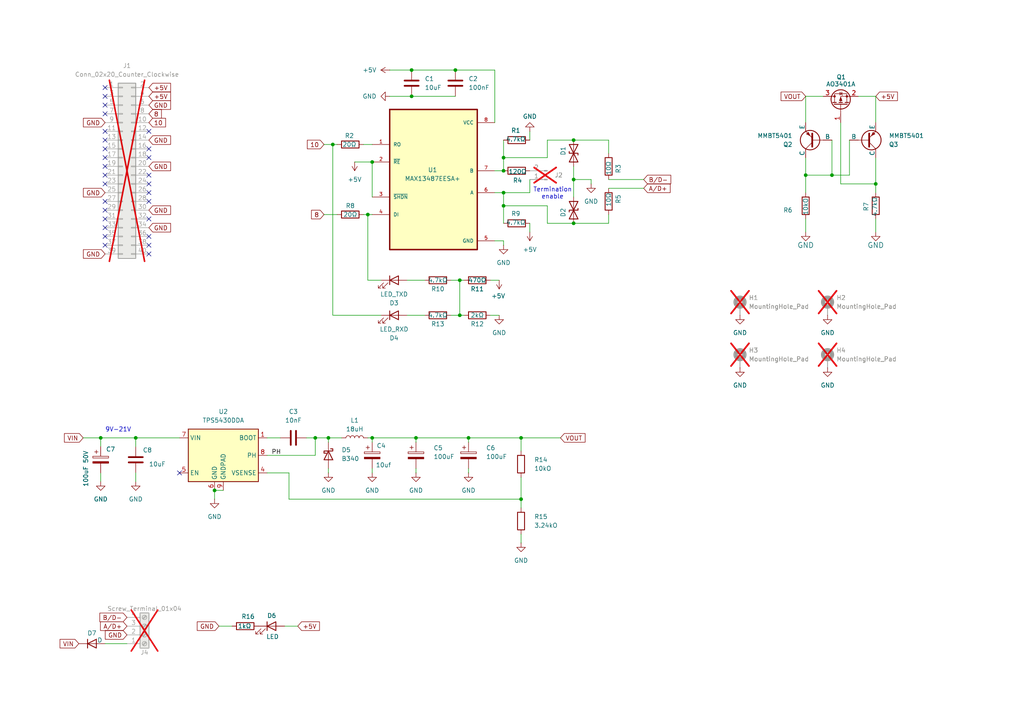
<source format=kicad_sch>
(kicad_sch (version 20231120) (generator "eeschema") (generator_version "8.0")
  (paper "A4")
  (lib_symbols
    (symbol "Connector:Conn_01x02_Pin" (pin_names (offset 1.016) hide)
      (property "Reference" "J" (at 0 2.54 0))
      (property "Value" "Conn_01x02_Pin" (at 0 -5.08 0))
      (symbol "Conn_01x02_Pin_1_1"
        (polyline (pts (xy 1.27 -2.54) (xy 0.8636 -2.54)) (stroke (width 0.1524)))
        (polyline (pts (xy 1.27 0) (xy 0.8636 0)) (stroke (width 0.1524)))
        (rectangle (start 0.8636 -2.413) (end 0 -2.667) (stroke (width 0.1524)) (fill (type outline)))
        (rectangle (start 0.8636 0.127) (end 0 -0.127) (stroke (width 0.1524)) (fill (type outline)))
        (pin passive line (at 5.08 0 180) (length 3.81) (name "Pin_1") (number "1"))
        (pin passive line (at 5.08 -2.54 180) (length 3.81) (name "Pin_2") (number "2"))
      )
    )
    (symbol "Connector:Screw_Terminal_01x04" (pin_names (offset 1.016) hide)
      (property "Reference" "J" (at 0 5.08 0))
      (property "Value" "Screw_Terminal_01x04" (at 0 -7.62 0))
      (symbol "Screw_Terminal_01x04_1_1"
        (rectangle (start -1.27 3.81) (end 1.27 -6.35) (stroke (width 0.254)) (fill (type background)))
        (circle (center 0 -5.08) (radius 0.635) (stroke (width 0.1524)))
        (circle (center 0 -2.54) (radius 0.635) (stroke (width 0.1524)))
        (polyline (pts (xy -0.5334 -4.7498) (xy 0.3302 -5.588)) (stroke (width 0.1524)))
        (polyline (pts (xy -0.5334 -2.2098) (xy 0.3302 -3.048)) (stroke (width 0.1524)))
        (polyline (pts (xy -0.5334 0.3302) (xy 0.3302 -0.508)) (stroke (width 0.1524)))
        (polyline (pts (xy -0.5334 2.8702) (xy 0.3302 2.032)) (stroke (width 0.1524)))
        (polyline (pts (xy -0.3556 -4.572) (xy 0.508 -5.4102)) (stroke (width 0.1524)))
        (polyline (pts (xy -0.3556 -2.032) (xy 0.508 -2.8702)) (stroke (width 0.1524)))
        (polyline (pts (xy -0.3556 0.508) (xy 0.508 -0.3302)) (stroke (width 0.1524)))
        (polyline (pts (xy -0.3556 3.048) (xy 0.508 2.2098)) (stroke (width 0.1524)))
        (circle (center 0 0) (radius 0.635) (stroke (width 0.1524)))
        (circle (center 0 2.54) (radius 0.635) (stroke (width 0.1524)))
        (pin passive line (at -5.08 2.54 0) (length 3.81) (name "Pin_1") (number "1"))
        (pin passive line (at -5.08 0 0) (length 3.81) (name "Pin_2") (number "2"))
        (pin passive line (at -5.08 -2.54 0) (length 3.81) (name "Pin_3") (number "3"))
        (pin passive line (at -5.08 -5.08 0) (length 3.81) (name "Pin_4") (number "4"))
      )
    )
    (symbol "Connector_Generic:Conn_02x20_Odd_Even" (pin_names (offset 1.016) hide)
      (property "Reference" "J" (at 1.27 25.4 0))
      (property "Value" "Conn_02x20_Odd_Even" (at 1.27 -27.94 0))
      (symbol "Conn_02x20_Odd_Even_1_1"
        (rectangle (start -1.27 -25.273) (end 0 -25.527) (stroke (width 0.1524)))
        (rectangle (start -1.27 -22.733) (end 0 -22.987) (stroke (width 0.1524)))
        (rectangle (start -1.27 -20.193) (end 0 -20.447) (stroke (width 0.1524)))
        (rectangle (start -1.27 -17.653) (end 0 -17.907) (stroke (width 0.1524)))
        (rectangle (start -1.27 -15.113) (end 0 -15.367) (stroke (width 0.1524)))
        (rectangle (start -1.27 -12.573) (end 0 -12.827) (stroke (width 0.1524)))
        (rectangle (start -1.27 -10.033) (end 0 -10.287) (stroke (width 0.1524)))
        (rectangle (start -1.27 -7.493) (end 0 -7.747) (stroke (width 0.1524)))
        (rectangle (start -1.27 -4.953) (end 0 -5.207) (stroke (width 0.1524)))
        (rectangle (start -1.27 -2.413) (end 0 -2.667) (stroke (width 0.1524)))
        (rectangle (start -1.27 0.127) (end 0 -0.127) (stroke (width 0.1524)))
        (rectangle (start -1.27 2.667) (end 0 2.413) (stroke (width 0.1524)))
        (rectangle (start -1.27 5.207) (end 0 4.953) (stroke (width 0.1524)))
        (rectangle (start -1.27 7.747) (end 0 7.493) (stroke (width 0.1524)))
        (rectangle (start -1.27 10.287) (end 0 10.033) (stroke (width 0.1524)))
        (rectangle (start -1.27 12.827) (end 0 12.573) (stroke (width 0.1524)))
        (rectangle (start -1.27 15.367) (end 0 15.113) (stroke (width 0.1524)))
        (rectangle (start -1.27 17.907) (end 0 17.653) (stroke (width 0.1524)))
        (rectangle (start -1.27 20.447) (end 0 20.193) (stroke (width 0.1524)))
        (rectangle (start -1.27 22.987) (end 0 22.733) (stroke (width 0.1524)))
        (rectangle (start -1.27 24.13) (end 3.81 -26.67) (stroke (width 0.254)) (fill (type background)))
        (rectangle (start 3.81 -25.273) (end 2.54 -25.527) (stroke (width 0.1524)))
        (rectangle (start 3.81 -22.733) (end 2.54 -22.987) (stroke (width 0.1524)))
        (rectangle (start 3.81 -20.193) (end 2.54 -20.447) (stroke (width 0.1524)))
        (rectangle (start 3.81 -17.653) (end 2.54 -17.907) (stroke (width 0.1524)))
        (rectangle (start 3.81 -15.113) (end 2.54 -15.367) (stroke (width 0.1524)))
        (rectangle (start 3.81 -12.573) (end 2.54 -12.827) (stroke (width 0.1524)))
        (rectangle (start 3.81 -10.033) (end 2.54 -10.287) (stroke (width 0.1524)))
        (rectangle (start 3.81 -7.493) (end 2.54 -7.747) (stroke (width 0.1524)))
        (rectangle (start 3.81 -4.953) (end 2.54 -5.207) (stroke (width 0.1524)))
        (rectangle (start 3.81 -2.413) (end 2.54 -2.667) (stroke (width 0.1524)))
        (rectangle (start 3.81 0.127) (end 2.54 -0.127) (stroke (width 0.1524)))
        (rectangle (start 3.81 2.667) (end 2.54 2.413) (stroke (width 0.1524)))
        (rectangle (start 3.81 5.207) (end 2.54 4.953) (stroke (width 0.1524)))
        (rectangle (start 3.81 7.747) (end 2.54 7.493) (stroke (width 0.1524)))
        (rectangle (start 3.81 10.287) (end 2.54 10.033) (stroke (width 0.1524)))
        (rectangle (start 3.81 12.827) (end 2.54 12.573) (stroke (width 0.1524)))
        (rectangle (start 3.81 15.367) (end 2.54 15.113) (stroke (width 0.1524)))
        (rectangle (start 3.81 17.907) (end 2.54 17.653) (stroke (width 0.1524)))
        (rectangle (start 3.81 20.447) (end 2.54 20.193) (stroke (width 0.1524)))
        (rectangle (start 3.81 22.987) (end 2.54 22.733) (stroke (width 0.1524)))
        (pin passive line (at -5.08 22.86 0) (length 3.81) (name "Pin_1") (number "1"))
        (pin passive line (at 7.62 12.7 180) (length 3.81) (name "Pin_10") (number "10"))
        (pin passive line (at -5.08 10.16 0) (length 3.81) (name "Pin_11") (number "11"))
        (pin passive line (at 7.62 10.16 180) (length 3.81) (name "Pin_12") (number "12"))
        (pin passive line (at -5.08 7.62 0) (length 3.81) (name "Pin_13") (number "13"))
        (pin passive line (at 7.62 7.62 180) (length 3.81) (name "Pin_14") (number "14"))
        (pin passive line (at -5.08 5.08 0) (length 3.81) (name "Pin_15") (number "15"))
        (pin passive line (at 7.62 5.08 180) (length 3.81) (name "Pin_16") (number "16"))
        (pin passive line (at -5.08 2.54 0) (length 3.81) (name "Pin_17") (number "17"))
        (pin passive line (at 7.62 2.54 180) (length 3.81) (name "Pin_18") (number "18"))
        (pin passive line (at -5.08 0 0) (length 3.81) (name "Pin_19") (number "19"))
        (pin passive line (at 7.62 22.86 180) (length 3.81) (name "Pin_2") (number "2"))
        (pin passive line (at 7.62 0 180) (length 3.81) (name "Pin_20") (number "20"))
        (pin passive line (at -5.08 -2.54 0) (length 3.81) (name "Pin_21") (number "21"))
        (pin passive line (at 7.62 -2.54 180) (length 3.81) (name "Pin_22") (number "22"))
        (pin passive line (at -5.08 -5.08 0) (length 3.81) (name "Pin_23") (number "23"))
        (pin passive line (at 7.62 -5.08 180) (length 3.81) (name "Pin_24") (number "24"))
        (pin passive line (at -5.08 -7.62 0) (length 3.81) (name "Pin_25") (number "25"))
        (pin passive line (at 7.62 -7.62 180) (length 3.81) (name "Pin_26") (number "26"))
        (pin passive line (at -5.08 -10.16 0) (length 3.81) (name "Pin_27") (number "27"))
        (pin passive line (at 7.62 -10.16 180) (length 3.81) (name "Pin_28") (number "28"))
        (pin passive line (at -5.08 -12.7 0) (length 3.81) (name "Pin_29") (number "29"))
        (pin passive line (at -5.08 20.32 0) (length 3.81) (name "Pin_3") (number "3"))
        (pin passive line (at 7.62 -12.7 180) (length 3.81) (name "Pin_30") (number "30"))
        (pin passive line (at -5.08 -15.24 0) (length 3.81) (name "Pin_31") (number "31"))
        (pin passive line (at 7.62 -15.24 180) (length 3.81) (name "Pin_32") (number "32"))
        (pin passive line (at -5.08 -17.78 0) (length 3.81) (name "Pin_33") (number "33"))
        (pin passive line (at 7.62 -17.78 180) (length 3.81) (name "Pin_34") (number "34"))
        (pin passive line (at -5.08 -20.32 0) (length 3.81) (name "Pin_35") (number "35"))
        (pin passive line (at 7.62 -20.32 180) (length 3.81) (name "Pin_36") (number "36"))
        (pin passive line (at -5.08 -22.86 0) (length 3.81) (name "Pin_37") (number "37"))
        (pin passive line (at 7.62 -22.86 180) (length 3.81) (name "Pin_38") (number "38"))
        (pin passive line (at -5.08 -25.4 0) (length 3.81) (name "Pin_39") (number "39"))
        (pin passive line (at 7.62 20.32 180) (length 3.81) (name "Pin_4") (number "4"))
        (pin passive line (at 7.62 -25.4 180) (length 3.81) (name "Pin_40") (number "40"))
        (pin passive line (at -5.08 17.78 0) (length 3.81) (name "Pin_5") (number "5"))
        (pin passive line (at 7.62 17.78 180) (length 3.81) (name "Pin_6") (number "6"))
        (pin passive line (at -5.08 15.24 0) (length 3.81) (name "Pin_7") (number "7"))
        (pin passive line (at 7.62 15.24 180) (length 3.81) (name "Pin_8") (number "8"))
        (pin passive line (at -5.08 12.7 0) (length 3.81) (name "Pin_9") (number "9"))
      )
    )
    (symbol "Custom Symbols:MAX13487EESA+" (pin_names (offset 1.016))
      (property "Reference" "U" (at -12.7 21.32 0))
      (property "Value" "MAX13487EESA+" (at -8.128 -1.016 0))
      (symbol "MAX13487EESA+_0_0"
        (rectangle (start -12.7 -20.32) (end 12.7 20.32) (stroke (width 0.41)) (fill (type background)))
        (pin bidirectional line (at -17.78 10.16 0) (length 5.08) (name "RO") (number "1"))
        (pin bidirectional line (at -17.78 5.08 0) (length 5.08) (name "~{RE}") (number "2"))
        (pin bidirectional line (at -17.78 -5.08 0) (length 5.08) (name "~{SHDN}") (number "3"))
        (pin input line (at -17.78 -10.16 0) (length 5.08) (name "DI") (number "4"))
        (pin power_in line (at 17.78 -17.78 180) (length 5.08) (name "GND") (number "5"))
        (pin bidirectional line (at 17.78 -3.81 180) (length 5.08) (name "A") (number "6"))
        (pin bidirectional line (at 17.78 2.54 180) (length 5.08) (name "B") (number "7"))
        (pin power_in line (at 17.78 16.51 180) (length 5.08) (name "VCC") (number "8"))
      )
    )
    (symbol "Device:C" (pin_numbers hide) (pin_names (offset 0.254))
      (property "Reference" "C" (at 0.635 2.54 0))
      (property "Value" "C" (at 0.635 -2.54 0))
      (symbol "C_0_1"
        (polyline (pts (xy -2.032 -0.762) (xy 2.032 -0.762)) (stroke (width 0.508)))
        (polyline (pts (xy -2.032 0.762) (xy 2.032 0.762)) (stroke (width 0.508)))
      )
      (symbol "C_1_1"
        (pin passive line (at 0 3.81 270) (length 2.794) (name "~") (number "1"))
        (pin passive line (at 0 -3.81 90) (length 2.794) (name "~") (number "2"))
      )
    )
    (symbol "Device:C_Polarized" (pin_numbers hide) (pin_names (offset 0.254))
      (property "Reference" "C" (at 0.635 2.54 0))
      (property "Value" "C_Polarized" (at 0.635 -2.54 0))
      (symbol "C_Polarized_0_1"
        (rectangle (start -2.286 0.508) (end 2.286 1.016))
        (polyline (pts (xy -1.778 2.286) (xy -0.762 2.286)))
        (polyline (pts (xy -1.27 2.794) (xy -1.27 1.778)))
        (rectangle (start 2.286 -0.508) (end -2.286 -1.016) (fill (type outline)))
      )
      (symbol "C_Polarized_1_1"
        (pin passive line (at 0 3.81 270) (length 2.794) (name "~") (number "1"))
        (pin passive line (at 0 -3.81 90) (length 2.794) (name "~") (number "2"))
      )
    )
    (symbol "Device:D" (pin_numbers hide) (pin_names (offset 1.016) hide)
      (property "Reference" "D" (at 0 2.54 0))
      (property "Value" "D" (at 0 -2.54 0))
      (symbol "D_0_1"
        (polyline (pts (xy -1.27 1.27) (xy -1.27 -1.27)) (stroke (width 0.254)))
        (polyline (pts (xy 1.27 0) (xy -1.27 0)))
        (polyline (pts (xy 1.27 1.27) (xy 1.27 -1.27) (xy -1.27 0) (xy 1.27 1.27)) (stroke (width 0.254)))
      )
      (symbol "D_1_1"
        (pin passive line (at -3.81 0 0) (length 2.54) (name "K") (number "1"))
        (pin passive line (at 3.81 0 180) (length 2.54) (name "A") (number "2"))
      )
    )
    (symbol "Device:D_TVS" (pin_numbers hide) (pin_names (offset 1.016) hide)
      (property "Reference" "D" (at 0 2.54 0))
      (property "Value" "D_TVS" (at 0 -2.54 0))
      (symbol "D_TVS_0_1"
        (polyline (pts (xy 1.27 0) (xy -1.27 0)))
        (polyline (pts (xy 0.508 1.27) (xy 0 1.27) (xy 0 -1.27) (xy -0.508 -1.27)) (stroke (width 0.254)))
        (polyline (pts (xy -2.54 1.27) (xy -2.54 -1.27) (xy 2.54 1.27) (xy 2.54 -1.27) (xy -2.54 1.27)) (stroke (width 0.254)))
      )
      (symbol "D_TVS_1_1"
        (pin passive line (at -3.81 0 0) (length 2.54) (name "A1") (number "1"))
        (pin passive line (at 3.81 0 180) (length 2.54) (name "A2") (number "2"))
      )
    )
    (symbol "Device:L" (pin_numbers hide) (pin_names (offset 1.016) hide)
      (property "Reference" "L" (at -1.27 0 90))
      (property "Value" "L" (at 1.905 0 90))
      (symbol "L_0_1"
        (arc (start 0 -2.54) (mid 0.6323 -1.905) (end 0 -1.27))
        (arc (start 0 -1.27) (mid 0.6323 -0.635) (end 0 0))
        (arc (start 0 0) (mid 0.6323 0.635) (end 0 1.27))
        (arc (start 0 1.27) (mid 0.6323 1.905) (end 0 2.54))
      )
      (symbol "L_1_1"
        (pin passive line (at 0 3.81 270) (length 1.27) (name "1") (number "1"))
        (pin passive line (at 0 -3.81 90) (length 1.27) (name "2") (number "2"))
      )
    )
    (symbol "Device:LED" (pin_numbers hide) (pin_names (offset 1.016) hide)
      (property "Reference" "D" (at 0 2.54 0))
      (property "Value" "LED" (at 0 -2.54 0))
      (symbol "LED_0_1"
        (polyline (pts (xy -1.27 -1.27) (xy -1.27 1.27)) (stroke (width 0.254)))
        (polyline (pts (xy -1.27 0) (xy 1.27 0)))
        (polyline (pts (xy 1.27 -1.27) (xy 1.27 1.27) (xy -1.27 0) (xy 1.27 -1.27)) (stroke (width 0.254)))
        (polyline (pts (xy -3.048 -0.762) (xy -4.572 -2.286) (xy -3.81 -2.286) (xy -4.572 -2.286) (xy -4.572 -1.524)))
        (polyline (pts (xy -1.778 -0.762) (xy -3.302 -2.286) (xy -2.54 -2.286) (xy -3.302 -2.286) (xy -3.302 -1.524)))
      )
      (symbol "LED_1_1"
        (pin passive line (at -3.81 0 0) (length 2.54) (name "K") (number "1"))
        (pin passive line (at 3.81 0 180) (length 2.54) (name "A") (number "2"))
      )
    )
    (symbol "Device:R" (pin_numbers hide) (pin_names (offset 0))
      (property "Reference" "R" (at 2.032 0 90))
      (property "Value" "R" (at 0 0 90))
      (symbol "R_0_1"
        (rectangle (start -1.016 -2.54) (end 1.016 2.54) (stroke (width 0.254)))
      )
      (symbol "R_1_1"
        (pin passive line (at 0 3.81 270) (length 1.27) (name "~") (number "1"))
        (pin passive line (at 0 -3.81 90) (length 1.27) (name "~") (number "2"))
      )
    )
    (symbol "Diode:B340" (pin_numbers hide) (pin_names (offset 1.016) hide)
      (property "Reference" "D" (at 0 2.54 0))
      (property "Value" "B340" (at 0 -2.54 0))
      (symbol "B340_0_1"
        (polyline (pts (xy 1.27 0) (xy -1.27 0)))
        (polyline (pts (xy 1.27 1.27) (xy 1.27 -1.27) (xy -1.27 0) (xy 1.27 1.27)) (stroke (width 0.254)))
        (polyline (pts (xy -1.905 0.635) (xy -1.905 1.27) (xy -1.27 1.27) (xy -1.27 -1.27) (xy -0.635 -1.27) (xy -0.635 -0.635)) (stroke (width 0.254)))
      )
      (symbol "B340_1_1"
        (pin passive line (at -3.81 0 0) (length 2.54) (name "K") (number "1"))
        (pin passive line (at 3.81 0 180) (length 2.54) (name "A") (number "2"))
      )
    )
    (symbol "Mechanical:MountingHole_Pad" (pin_numbers hide) (pin_names (offset 1.016) hide) (exclude_from_sim yes) (in_bom no)
      (property "Reference" "H" (at 0 6.35 0))
      (property "Value" "MountingHole_Pad" (at 0 4.445 0))
      (symbol "MountingHole_Pad_0_1"
        (circle (center 0 1.27) (radius 1.27) (stroke (width 1.27)))
      )
      (symbol "MountingHole_Pad_1_1"
        (pin input line (at 0 -2.54 90) (length 2.54) (name "1") (number "1"))
      )
    )
    (symbol "Regulator_Switching:TPS5430DDA"
      (property "Reference" "U" (at -10.16 8.89 0))
      (property "Value" "TPS5430DDA" (at -1.27 8.89 0))
      (symbol "TPS5430DDA_0_1"
        (rectangle (start -10.16 7.62) (end 10.16 -7.62) (stroke (width 0.254)) (fill (type background)))
      )
      (symbol "TPS5430DDA_1_1"
        (pin input line (at 12.7 5.08 180) (length 2.54) (name "BOOT") (number "1"))
        (pin no_connect line (at -10.16 2.54 0) (length 2.54) hide (name "NC") (number "2"))
        (pin no_connect line (at -10.16 -2.54 0) (length 2.54) hide (name "NC") (number "3"))
        (pin input line (at 12.7 -5.08 180) (length 2.54) (name "VSENSE") (number "4"))
        (pin input line (at -12.7 -5.08 0) (length 2.54) (name "EN") (number "5"))
        (pin power_in line (at -2.54 -10.16 90) (length 2.54) (name "GND") (number "6"))
        (pin power_in line (at -12.7 5.08 0) (length 2.54) (name "VIN") (number "7"))
        (pin output line (at 12.7 0 180) (length 2.54) (name "PH") (number "8"))
        (pin power_in line (at 0 -10.16 90) (length 2.54) (name "GNDPAD") (number "9"))
      )
    )
    (symbol "Simulation_SPICE:PNP" (pin_numbers hide) (pin_names (offset 0))
      (property "Reference" "Q" (at -2.54 7.62 0))
      (property "Value" "PNP" (at -2.54 5.08 0))
      (symbol "PNP_0_1"
        (polyline (pts (xy -2.54 0) (xy 0.635 0)) (stroke (width 0.1524)))
        (polyline (pts (xy 0.635 0.635) (xy 2.54 2.54)))
        (polyline (pts (xy 0.635 -0.635) (xy 2.54 -2.54) (xy 2.54 -2.54)))
        (polyline (pts (xy 0.635 1.905) (xy 0.635 -1.905) (xy 0.635 -1.905)) (stroke (width 0.508)))
        (polyline (pts (xy 2.286 -1.778) (xy 1.778 -2.286) (xy 1.27 -1.27) (xy 2.286 -1.778) (xy 2.286 -1.778)) (fill (type outline)))
        (circle (center 1.27 0) (radius 2.8194) (stroke (width 0.254)))
      )
      (symbol "PNP_1_1"
        (pin open_collector line (at 2.54 5.08 270) (length 2.54) (name "C") (number "1"))
        (pin input line (at -5.08 0 0) (length 2.54) (name "B") (number "2"))
        (pin open_emitter line (at 2.54 -5.08 90) (length 2.54) (name "E") (number "3"))
      )
    )
    (symbol "Transistor_FET:AO3401A" (pin_names hide)
      (property "Reference" "Q" (at 5.08 1.905 0))
      (property "Value" "AO3401A" (at 5.08 0 0))
      (symbol "AO3401A_0_1"
        (polyline (pts (xy 0.254 0) (xy -2.54 0)))
        (polyline (pts (xy 0.254 1.905) (xy 0.254 -1.905)) (stroke (width 0.254)))
        (polyline (pts (xy 0.762 -1.27) (xy 0.762 -2.286)) (stroke (width 0.254)))
        (polyline (pts (xy 0.762 0.508) (xy 0.762 -0.508)) (stroke (width 0.254)))
        (polyline (pts (xy 0.762 2.286) (xy 0.762 1.27)) (stroke (width 0.254)))
        (polyline (pts (xy 2.54 2.54) (xy 2.54 1.778)))
        (polyline (pts (xy 2.54 -2.54) (xy 2.54 0) (xy 0.762 0)))
        (polyline (pts (xy 0.762 1.778) (xy 3.302 1.778) (xy 3.302 -1.778) (xy 0.762 -1.778)))
        (polyline (pts (xy 2.286 0) (xy 1.27 0.381) (xy 1.27 -0.381) (xy 2.286 0)) (fill (type outline)))
        (polyline (pts (xy 2.794 -0.508) (xy 2.921 -0.381) (xy 3.683 -0.381) (xy 3.81 -0.254)))
        (polyline (pts (xy 3.302 -0.381) (xy 2.921 0.254) (xy 3.683 0.254) (xy 3.302 -0.381)))
        (circle (center 1.651 0) (radius 2.794) (stroke (width 0.254)))
        (circle (center 2.54 -1.778) (radius 0.254) (fill (type outline)))
        (circle (center 2.54 1.778) (radius 0.254) (fill (type outline)))
      )
      (symbol "AO3401A_1_1"
        (pin input line (at -5.08 0 0) (length 2.54) (name "G") (number "1"))
        (pin passive line (at 2.54 -5.08 90) (length 2.54) (name "S") (number "2"))
        (pin passive line (at 2.54 5.08 270) (length 2.54) (name "D") (number "3"))
      )
    )
    (symbol "pihat_template-rescue:GND" (power) (pin_names (offset 0))
      (property "Value" "GND" (at 0 -3.81 0))
      (symbol "GND_0_1"
        (polyline (pts (xy 0 0) (xy 0 -1.27) (xy 1.27 -1.27) (xy 0 -2.54) (xy -1.27 -1.27) (xy 0 -1.27)))
      )
      (symbol "GND_1_1"
        (pin power_in line (at 0 0 270) (length 0) hide (name "GND") (number "1"))
      )
    )
    (symbol "power:+5V" (power) (pin_numbers hide) (pin_names (offset 0) hide)
      (property "Value" "+5V" (at 0 3.556 0))
      (symbol "+5V_0_1"
        (polyline (pts (xy -0.762 1.27) (xy 0 2.54)))
        (polyline (pts (xy 0 0) (xy 0 2.54)))
        (polyline (pts (xy 0 2.54) (xy 0.762 1.27)))
      )
      (symbol "+5V_1_1"
        (pin power_in line (at 0 0 90) (length 0) (name "~") (number "1"))
      )
    )
    (symbol "power:GND" (power) (pin_numbers hide) (pin_names (offset 0) hide)
      (property "Value" "GND" (at 0 -3.81 0))
      (symbol "GND_0_1"
        (polyline (pts (xy 0 0) (xy 0 -1.27) (xy 1.27 -1.27) (xy 0 -2.54) (xy -1.27 -1.27) (xy 0 -1.27)))
      )
      (symbol "GND_1_1"
        (pin power_in line (at 0 0 270) (length 0) (name "~") (number "1"))
      )
    )
  )
  (junction (at 62.23 142.24))
  (junction (at 146.05 45.72))
  (junction (at 29.21 127))
  (junction (at 106.68 62.23))
  (junction (at 96.52 41.91))
  (junction (at 133.35 81.28))
  (junction (at 166.37 64.77))
  (junction (at 254 53.34))
  (junction (at 119.38 20.32))
  (junction (at 95.25 127))
  (junction (at 120.65 127))
  (junction (at 39.37 127))
  (junction (at 91.44 127))
  (junction (at 133.35 91.44))
  (junction (at 135.89 127))
  (junction (at 107.95 46.99))
  (junction (at 233.68 50.8))
  (junction (at 119.38 27.94))
  (junction (at 241.3 50.8))
  (junction (at 132.08 20.32))
  (junction (at 166.37 52.07))
  (junction (at 146.05 59.69))
  (junction (at 166.37 40.64))
  (junction (at 151.13 127))
  (junction (at 146.05 49.53))
  (junction (at 107.95 127))
  (junction (at 151.13 144.78))
  (junction (at 146.05 55.88))
  (no_connect (at 43.18 55.88))
  (no_connect (at 30.48 58.42))
  (no_connect (at 30.48 33.02))
  (no_connect (at 30.48 30.48))
  (no_connect (at 30.48 45.72))
  (no_connect (at 30.48 63.5))
  (no_connect (at 43.18 45.72))
  (no_connect (at 30.48 66.04))
  (no_connect (at 30.48 71.12))
  (no_connect (at 43.18 71.12))
  (no_connect (at 30.48 50.8))
  (no_connect (at 43.18 53.34))
  (no_connect (at 43.18 68.58))
  (no_connect (at 43.18 58.42))
  (no_connect (at 30.48 53.34))
  (no_connect (at 43.18 73.66))
  (no_connect (at 43.18 63.5))
  (no_connect (at 30.48 38.1))
  (no_connect (at 30.48 27.94))
  (no_connect (at 30.48 48.26))
  (no_connect (at 30.48 60.96))
  (no_connect (at 30.48 40.64))
  (no_connect (at 43.18 50.8))
  (no_connect (at 30.48 43.18))
  (no_connect (at 30.48 68.58))
  (no_connect (at 43.18 38.1))
  (no_connect (at 52.07 137.16))
  (no_connect (at 30.48 25.4))
  (no_connect (at 43.18 43.18))
  (wire (pts (xy 29.21 127) (xy 29.21 129.54)))
  (wire (pts (xy 151.13 138.43) (xy 151.13 144.78)))
  (wire (pts (xy 91.44 127) (xy 95.25 127)))
  (wire (pts (xy 151.13 127) (xy 162.56 127)))
  (wire (pts (xy 107.95 46.99) (xy 107.95 57.15)))
  (wire (pts (xy 176.53 64.77) (xy 166.37 64.77)))
  (wire (pts (xy 82.55 181.61) (xy 86.36 181.61)))
  (wire (pts (xy 151.13 127) (xy 151.13 130.81)))
  (wire (pts (xy 146.05 55.88) (xy 146.05 59.69)))
  (wire (pts (xy 130.81 81.28) (xy 133.35 81.28)))
  (wire (pts (xy 107.95 135.89) (xy 107.95 137.16)))
  (wire (pts (xy 107.95 127) (xy 107.95 128.27)))
  (wire (pts (xy 143.51 20.32) (xy 132.08 20.32)))
  (wire (pts (xy 62.23 142.24) (xy 62.23 144.78)))
  (wire (pts (xy 102.87 46.99) (xy 107.95 46.99)))
  (wire (pts (xy 143.51 69.85) (xy 146.05 69.85)))
  (wire (pts (xy 77.47 127) (xy 81.28 127)))
  (wire (pts (xy 166.37 40.64) (xy 176.53 40.64)))
  (wire (pts (xy 120.65 127) (xy 120.65 128.27)))
  (wire (pts (xy 146.05 69.85) (xy 146.05 71.12)))
  (wire (pts (xy 158.75 64.77) (xy 166.37 64.77)))
  (wire (pts (xy 106.68 127) (xy 107.95 127)))
  (wire (pts (xy 176.53 52.07) (xy 186.69 52.07)))
  (wire (pts (xy 39.37 127) (xy 52.07 127)))
  (wire (pts (xy 241.3 40.64) (xy 241.3 50.8)))
  (wire (pts (xy 158.75 59.69) (xy 158.75 64.77)))
  (wire (pts (xy 105.41 41.91) (xy 107.95 41.91)))
  (wire (pts (xy 158.75 40.64) (xy 166.37 40.64)))
  (wire (pts (xy 146.05 55.88) (xy 153.67 55.88)))
  (wire (pts (xy 176.53 54.61) (xy 186.69 54.61)))
  (wire (pts (xy 95.25 127) (xy 99.06 127)))
  (wire (pts (xy 142.24 81.28) (xy 144.78 81.28)))
  (wire (pts (xy 133.35 91.44) (xy 134.62 91.44)))
  (wire (pts (xy 153.67 52.07) (xy 153.67 55.88)))
  (wire (pts (xy 166.37 52.07) (xy 171.45 52.07)))
  (wire (pts (xy 88.9 127) (xy 91.44 127)))
  (wire (pts (xy 96.52 41.91) (xy 96.52 91.44)))
  (wire (pts (xy 119.38 27.94) (xy 132.08 27.94)))
  (wire (pts (xy 254 27.94) (xy 254 35.56)))
  (wire (pts (xy 106.68 62.23) (xy 105.41 62.23)))
  (wire (pts (xy 246.38 40.64) (xy 246.38 50.8)))
  (wire (pts (xy 233.68 63.5) (xy 233.68 67.31)))
  (wire (pts (xy 243.84 53.34) (xy 254 53.34)))
  (wire (pts (xy 36.83 186.69) (xy 30.48 186.69)))
  (wire (pts (xy 96.52 91.44) (xy 110.49 91.44)))
  (wire (pts (xy 118.11 91.44) (xy 123.19 91.44)))
  (wire (pts (xy 233.68 50.8) (xy 233.68 55.88)))
  (wire (pts (xy 233.68 27.94) (xy 233.68 35.56)))
  (wire (pts (xy 146.05 45.72) (xy 158.75 45.72)))
  (wire (pts (xy 254 63.5) (xy 254 67.31)))
  (wire (pts (xy 95.25 127) (xy 95.25 128.27)))
  (wire (pts (xy 146.05 40.64) (xy 146.05 45.72)))
  (wire (pts (xy 132.08 20.32) (xy 119.38 20.32)))
  (wire (pts (xy 83.82 137.16) (xy 83.82 144.78)))
  (wire (pts (xy 120.65 135.89) (xy 120.65 137.16)))
  (wire (pts (xy 233.68 45.72) (xy 233.68 50.8)))
  (wire (pts (xy 24.13 127) (xy 29.21 127)))
  (wire (pts (xy 120.65 127) (xy 135.89 127)))
  (wire (pts (xy 151.13 154.94) (xy 151.13 157.48)))
  (wire (pts (xy 83.82 144.78) (xy 151.13 144.78)))
  (wire (pts (xy 106.68 62.23) (xy 106.68 81.28)))
  (wire (pts (xy 241.3 50.8) (xy 246.38 50.8)))
  (wire (pts (xy 77.47 137.16) (xy 83.82 137.16)))
  (wire (pts (xy 97.79 41.91) (xy 96.52 41.91)))
  (wire (pts (xy 29.21 127) (xy 39.37 127)))
  (wire (pts (xy 29.21 137.16) (xy 29.21 139.7)))
  (wire (pts (xy 130.81 91.44) (xy 133.35 91.44)))
  (wire (pts (xy 113.03 20.32) (xy 119.38 20.32)))
  (wire (pts (xy 93.98 62.23) (xy 97.79 62.23)))
  (wire (pts (xy 118.11 81.28) (xy 123.19 81.28)))
  (wire (pts (xy 158.75 40.64) (xy 158.75 45.72)))
  (wire (pts (xy 110.49 81.28) (xy 106.68 81.28)))
  (wire (pts (xy 113.03 27.94) (xy 119.38 27.94)))
  (wire (pts (xy 107.95 127) (xy 120.65 127)))
  (wire (pts (xy 95.25 135.89) (xy 95.25 137.16)))
  (wire (pts (xy 146.05 59.69) (xy 158.75 59.69)))
  (wire (pts (xy 39.37 137.16) (xy 39.37 139.7)))
  (wire (pts (xy 63.5 181.61) (xy 67.31 181.61)))
  (wire (pts (xy 171.45 52.07) (xy 171.45 53.34)))
  (wire (pts (xy 93.98 41.91) (xy 96.52 41.91)))
  (wire (pts (xy 151.13 144.78) (xy 151.13 147.32)))
  (wire (pts (xy 166.37 48.26) (xy 166.37 52.07)))
  (wire (pts (xy 254 53.34) (xy 254 55.88)))
  (wire (pts (xy 91.44 127) (xy 91.44 132.08)))
  (wire (pts (xy 106.68 62.23) (xy 107.95 62.23)))
  (wire (pts (xy 39.37 127) (xy 39.37 129.54)))
  (wire (pts (xy 143.51 49.53) (xy 146.05 49.53)))
  (wire (pts (xy 153.67 40.64) (xy 153.67 38.1)))
  (wire (pts (xy 133.35 81.28) (xy 134.62 81.28)))
  (wire (pts (xy 146.05 59.69) (xy 146.05 64.77)))
  (wire (pts (xy 233.68 50.8) (xy 241.3 50.8)))
  (wire (pts (xy 254 45.72) (xy 254 53.34)))
  (wire (pts (xy 176.53 62.23) (xy 176.53 64.77)))
  (wire (pts (xy 243.84 35.56) (xy 243.84 53.34)))
  (wire (pts (xy 153.67 64.77) (xy 153.67 67.31)))
  (wire (pts (xy 77.47 132.08) (xy 91.44 132.08)))
  (wire (pts (xy 135.89 127) (xy 135.89 128.27)))
  (wire (pts (xy 142.24 91.44) (xy 144.78 91.44)))
  (wire (pts (xy 143.51 20.32) (xy 143.51 35.56)))
  (wire (pts (xy 248.92 27.94) (xy 254 27.94)))
  (wire (pts (xy 133.35 81.28) (xy 133.35 91.44)))
  (wire (pts (xy 176.53 44.45) (xy 176.53 40.64)))
  (wire (pts (xy 135.89 135.89) (xy 135.89 137.16)))
  (wire (pts (xy 233.68 27.94) (xy 238.76 27.94)))
  (wire (pts (xy 135.89 127) (xy 151.13 127)))
  (wire (pts (xy 146.05 45.72) (xy 146.05 49.53)))
  (wire (pts (xy 166.37 52.07) (xy 166.37 57.15)))
  (wire (pts (xy 143.51 55.88) (xy 146.05 55.88)))
  (wire (pts (xy 62.23 142.24) (xy 64.77 142.24)))
  (text "9V-21V" (at 34.29 124.714 0) (effects (font (size 1.27 1.27))))
  (text "Termination\nenable" (at 160.274 56.134 0) (effects (font (size 1.27 1.27))))
  (label "PH" (at 78.74 132.08 0))
  (global_label "+5V" (shape input) (at 254 27.94 0) (property "Intersheetrefs" "${INTERSHEET_REFS}" (effects (hide yes))))
  (global_label "GND" (shape input) (at 30.48 35.56 180) (property "Intersheetrefs" "${INTERSHEET_REFS}" (effects (hide yes))))
  (global_label "+5V" (shape input) (at 43.18 25.4 0) (property "Intersheetrefs" "${INTERSHEET_REFS}" (effects (hide yes))))
  (global_label "B{slash}D-" (shape input) (at 36.83 179.07 180) (property "Intersheetrefs" "${INTERSHEET_REFS}" (effects (hide yes))))
  (global_label "10" (shape input) (at 43.18 35.56 0) (property "Intersheetrefs" "${INTERSHEET_REFS}" (effects (hide yes))))
  (global_label "GND" (shape input) (at 43.18 60.96 0) (property "Intersheetrefs" "${INTERSHEET_REFS}" (effects (hide yes))))
  (global_label "VIN" (shape input) (at 24.13 127 180) (property "Intersheetrefs" "${INTERSHEET_REFS}" (effects (hide yes))))
  (global_label "VOUT" (shape input) (at 233.68 27.94 180) (property "Intersheetrefs" "${INTERSHEET_REFS}" (effects (hide yes))))
  (global_label "+5V" (shape input) (at 86.36 181.61 0) (property "Intersheetrefs" "${INTERSHEET_REFS}" (effects (hide yes))))
  (global_label "VIN" (shape input) (at 22.86 186.69 180) (property "Intersheetrefs" "${INTERSHEET_REFS}" (effects (hide yes))))
  (global_label "GND" (shape input) (at 30.48 55.88 180) (property "Intersheetrefs" "${INTERSHEET_REFS}" (effects (hide yes))))
  (global_label "8" (shape input) (at 43.18 33.02 0) (property "Intersheetrefs" "${INTERSHEET_REFS}" (effects (hide yes))))
  (global_label "GND" (shape input) (at 36.83 184.15 180) (property "Intersheetrefs" "${INTERSHEET_REFS}" (effects (hide yes))))
  (global_label "B{slash}D-" (shape input) (at 186.69 52.07 0) (property "Intersheetrefs" "${INTERSHEET_REFS}" (effects (hide yes))))
  (global_label "A{slash}D+" (shape input) (at 186.69 54.61 0) (property "Intersheetrefs" "${INTERSHEET_REFS}" (effects (hide yes))))
  (global_label "GND" (shape input) (at 43.18 40.64 0) (property "Intersheetrefs" "${INTERSHEET_REFS}" (effects (hide yes))))
  (global_label "8" (shape input) (at 93.98 62.23 180) (property "Intersheetrefs" "${INTERSHEET_REFS}" (effects (hide yes))))
  (global_label "A{slash}D+" (shape input) (at 36.83 181.61 180) (property "Intersheetrefs" "${INTERSHEET_REFS}" (effects (hide yes))))
  (global_label "GND" (shape input) (at 30.48 73.66 180) (property "Intersheetrefs" "${INTERSHEET_REFS}" (effects (hide yes))))
  (global_label "GND" (shape input) (at 43.18 66.04 0) (property "Intersheetrefs" "${INTERSHEET_REFS}" (effects (hide yes))))
  (global_label "GND" (shape input) (at 43.18 30.48 0) (property "Intersheetrefs" "${INTERSHEET_REFS}" (effects (hide yes))))
  (global_label "VOUT" (shape input) (at 162.56 127 0) (property "Intersheetrefs" "${INTERSHEET_REFS}" (effects (hide yes))))
  (global_label "GND" (shape input) (at 63.5 181.61 180) (property "Intersheetrefs" "${INTERSHEET_REFS}" (effects (hide yes))))
  (global_label "GND" (shape input) (at 43.18 48.26 0) (property "Intersheetrefs" "${INTERSHEET_REFS}" (effects (hide yes))))
  (global_label "10" (shape input) (at 93.98 41.91 180) (property "Intersheetrefs" "${INTERSHEET_REFS}" (effects (hide yes))))
  (global_label "+5V" (shape input) (at 43.18 27.94 0) (property "Intersheetrefs" "${INTERSHEET_REFS}" (effects (hide yes))))
  (symbol (lib_id "power:+5V") (at 144.78 81.28 180) (unit 1)
    (property "Reference" "#PWR010" (effects (hide yes)))
    (property "Value" "+5V" (at 146.558 85.852 0) (effects (justify left)))
    (property "Description" "Power symbol creates a global label with name \"+5V\"" (effects (hide yes)))
  )
  (symbol (lib_id "power:GND") (at 240.03 106.68 0) (unit 1)
    (property "Reference" "#PWR015" (effects (hide yes)))
    (property "Value" "GND" (at 240.03 111.76 0))
    (property "Description" "Power symbol creates a global label with name \"GND\" , ground" (effects (hide yes)))
  )
  (symbol (lib_id "Device:C") (at 132.08 24.13 0) (unit 1)
    (property "Reference" "C2" (at 135.89 22.8599 0) (effects (justify left)))
    (property "Value" "100nF" (at 135.89 25.3999 0) (effects (justify left)))
    (property "Footprint" "Capacitor_SMD:C_0603_1608Metric" (effects (hide yes)))
    (property "Description" "Unpolarized capacitor" (effects (hide yes)))
    (property "JLCPCB Part #" "C14663" (effects (hide yes)))
  )
  (symbol (lib_id "power:+5V") (at 153.67 67.31 180) (unit 1)
    (property "Reference" "#PWR06" (effects (hide yes)))
    (property "Value" "+5V" (at 153.67 72.39 0))
    (property "Description" "Power symbol creates a global label with name \"+5V\"" (effects (hide yes)))
  )
  (symbol (lib_id "pihat_template-rescue:GND") (at 254 67.31 0) (unit 1)
    (property "Reference" "#PWR08" (effects (hide yes)))
    (property "Value" "GND" (at 254 71.12 0) (effects (font (size 1.524 1.524))))
  )
  (symbol (lib_id "Device:R") (at 151.13 134.62 0) (unit 1)
    (property "Reference" "R14" (at 154.94 133.3499 0) (effects (justify left)))
    (property "Value" "10kO" (at 154.94 135.8899 0) (effects (justify left)))
    (property "Footprint" "Resistor_SMD:R_0603_1608Metric" (effects (hide yes)))
    (property "Description" "Resistor" (effects (hide yes)))
    (property "JLCPCB Part #" "C25804" (effects (hide yes)))
  )
  (symbol (lib_id "Mechanical:MountingHole_Pad") (at 240.03 88.9 0) (unit 1) (exclude_from_sim yes) (in_bom no) (dnp yes)
    (property "Reference" "H2" (at 242.57 86.3599 0) (effects (justify left)))
    (property "Value" "MountingHole_Pad" (at 242.57 88.8999 0) (effects (justify left)))
    (property "Footprint" "MountingHole:MountingHole_3mm_Pad" (effects (hide yes)))
    (property "Description" "Mounting Hole with connection" (effects (hide yes)))
  )
  (symbol (lib_id "Device:R") (at 233.68 59.69 180) (unit 1)
    (property "Reference" "R6" (at 229.87 60.9601 0) (effects (justify left)))
    (property "Value" "10kO" (at 233.68 57.404 90) (effects (justify left)))
    (property "Footprint" "Resistor_SMD:R_0603_1608Metric" (effects (hide yes)))
    (property "Description" "Resistor" (effects (hide yes)))
    (property "JLCPCB Part #" "C25804" (effects (hide yes)))
  )
  (symbol (lib_id "Device:C_Polarized") (at 120.65 132.08 0) (unit 1)
    (property "Reference" "C5" (at 125.73 129.9209 0) (effects (justify left)))
    (property "Value" "100uF" (at 125.73 132.4609 0) (effects (justify left)))
    (property "Footprint" "Capacitor_Tantalum_SMD:CP_EIA-3528-21_Kemet-B" (effects (hide yes)))
    (property "Description" "Polarized capacitor" (effects (hide yes)))
    (property "JLCPCB Part #" "C16133" (effects (hide yes)))
  )
  (symbol (lib_id "Device:LED") (at 114.3 81.28 0) (unit 1)
    (property "Reference" "D3" (at 114.3 87.884 0))
    (property "Value" "LED_TXD" (at 114.3 85.344 0))
    (property "Footprint" "LED_SMD:LED_0603_1608Metric" (effects (hide yes)))
    (property "Description" "Light emitting diode" (effects (hide yes)))
    (property "JLCPCB Part #" "C2286" (effects (hide yes)))
  )
  (symbol (lib_id "power:GND") (at 214.63 91.44 0) (unit 1)
    (property "Reference" "#PWR012" (effects (hide yes)))
    (property "Value" "GND" (at 214.63 96.52 0))
    (property "Description" "Power symbol creates a global label with name \"GND\" , ground" (effects (hide yes)))
  )
  (symbol (lib_id "Connector:Conn_01x02_Pin") (at 158.75 52.07 180) (unit 1) (dnp yes)
    (property "Reference" "J2" (at 162.052 50.8 0))
    (property "Value" "Conn_01x02_Pin" (effects (hide yes)))
    (property "Footprint" "Connector_PinHeader_2.54mm:PinHeader_1x02_P2.54mm_Vertical" (effects (hide yes)))
    (property "Description" "Generic connector, single row, 01x02, script generated" (effects (hide yes)))
  )
  (symbol (lib_id "Device:R") (at 138.43 91.44 90) (unit 1)
    (property "Reference" "R12" (at 138.43 93.98 90))
    (property "Value" "2kΩ" (at 138.43 91.44 90))
    (property "Footprint" "Resistor_SMD:R_0603_1608Metric" (effects (hide yes)))
    (property "Description" "Resistor" (effects (hide yes)))
    (property "JLCPCB Part #" "C22975" (effects (hide yes)))
  )
  (symbol (lib_id "Device:R") (at 71.12 181.61 90) (unit 1)
    (property "Reference" "R16" (at 73.914 178.816 90) (effects (justify left)))
    (property "Value" "1kΩ" (at 72.898 181.61 90) (effects (justify left)))
    (property "Footprint" "Resistor_SMD:R_0603_1608Metric" (effects (hide yes)))
    (property "Description" "Resistor" (effects (hide yes)))
    (property "Comment" " 100mW Thick Film Resistors 75V ±100ppm/℃ ±1% 1kΩ 0603 Chip Resistor - Surface Mount ROHS" (effects (hide yes)))
    (property "JLCPCB Part #" "C21190" (effects (hide yes)))
  )
  (symbol (lib_id "power:GND") (at 120.65 137.16 0) (unit 1)
    (property "Reference" "#PWR018" (effects (hide yes)))
    (property "Value" "GND" (at 120.65 142.24 0))
    (property "Description" "Power symbol creates a global label with name \"GND\" , ground" (effects (hide yes)))
  )
  (symbol (lib_id "power:GND") (at 151.13 157.48 0) (unit 1)
    (property "Reference" "#PWR023" (effects (hide yes)))
    (property "Value" "GND" (at 151.13 162.56 0))
    (property "Description" "Power symbol creates a global label with name \"GND\" , ground" (effects (hide yes)))
  )
  (symbol (lib_id "power:GND") (at 113.03 27.94 270) (unit 1)
    (property "Reference" "#PWR02" (effects (hide yes)))
    (property "Value" "GND" (at 109.22 27.9399 90) (effects (justify right)))
    (property "Description" "Power symbol creates a global label with name \"GND\" , ground" (effects (hide yes)))
  )
  (symbol (lib_id "power:GND") (at 153.67 38.1 180) (unit 1)
    (property "Reference" "#PWR03" (effects (hide yes)))
    (property "Value" "GND" (at 153.67 33.782 0))
    (property "Description" "Power symbol creates a global label with name \"GND\" , ground" (effects (hide yes)))
  )
  (symbol (lib_id "power:GND") (at 144.78 91.44 0) (unit 1)
    (property "Reference" "#PWR011" (effects (hide yes)))
    (property "Value" "GND" (at 144.78 96.52 0))
    (property "Description" "Power symbol creates a global label with name \"GND\" , ground" (effects (hide yes)))
  )
  (symbol (lib_id "Device:C_Polarized") (at 135.89 132.08 0) (unit 1)
    (property "Reference" "C6" (at 140.97 129.9209 0) (effects (justify left)))
    (property "Value" "100uF" (at 140.97 132.4609 0) (effects (justify left)))
    (property "Footprint" "Capacitor_Tantalum_SMD:CP_EIA-3528-21_Kemet-B" (effects (hide yes)))
    (property "Description" "Polarized capacitor" (effects (hide yes)))
    (property "JLCPCB Part #" "C16133" (effects (hide yes)))
  )
  (symbol (lib_id "power:+5V") (at 113.03 20.32 90) (unit 1)
    (property "Reference" "#PWR01" (effects (hide yes)))
    (property "Value" "+5V" (at 109.22 20.3199 90) (effects (justify left)))
    (property "Description" "Power symbol creates a global label with name \"+5V\"" (effects (hide yes)))
  )
  (symbol (lib_id "Device:R") (at 151.13 151.13 0) (unit 1)
    (property "Reference" "R15" (at 154.94 149.8599 0) (effects (justify left)))
    (property "Value" "3.24kO" (at 154.94 152.3999 0) (effects (justify left)))
    (property "Footprint" "Resistor_SMD:R_0603_1608Metric" (effects (hide yes)))
    (property "Description" "Resistor" (effects (hide yes)))
    (property "JLCPCB Part #" "C22994" (effects (hide yes)))
  )
  (symbol (lib_id "Device:R") (at 149.86 40.64 270) (unit 1)
    (property "Reference" "R1" (at 149.606 37.846 90))
    (property "Value" "4.7kΩ" (at 149.606 40.386 90))
    (property "Footprint" "Resistor_SMD:R_0603_1608Metric" (effects (hide yes)))
    (property "Description" "Resistor" (effects (hide yes)))
    (property "JLCPCB Part #" "C23162" (effects (hide yes)))
  )
  (symbol (lib_id "Device:D") (at 26.67 186.69 0) (unit 1)
    (property "Reference" "D7" (at 26.67 183.642 0))
    (property "Value" "D" (at 28.956 185.674 0))
    (property "Footprint" "Diode_SMD:D_SMA" (effects (hide yes)))
    (property "Description" "Diode" (effects (hide yes)))
    (property "Sim.Device" "D" (effects (hide yes)))
    (property "Sim.Pins" "1=K 2=A" (effects (hide yes)))
    (property "JLCPCB Part #" "C22452" (effects (hide yes)))
  )
  (symbol (lib_id "Device:LED") (at 114.3 91.44 0) (unit 1)
    (property "Reference" "D4" (at 114.3 98.044 0))
    (property "Value" "LED_RXD" (at 114.3 95.504 0))
    (property "Footprint" "LED_SMD:LED_0603_1608Metric" (effects (hide yes)))
    (property "Description" "Light emitting diode" (effects (hide yes)))
    (property "JLCPCB Part #" "C2286" (effects (hide yes)))
  )
  (symbol (lib_id "Device:R") (at 101.6 62.23 90) (unit 1)
    (property "Reference" "R8" (at 101.6 59.69 90))
    (property "Value" "20Ω" (at 101.6 62.23 90))
    (property "Footprint" "Resistor_SMD:R_0603_1608Metric" (effects (hide yes)))
    (property "Description" "Resistor" (effects (hide yes)))
    (property "JLCPCB Part #" "C22950" (effects (hide yes)))
  )
  (symbol (lib_id "power:GND") (at 62.23 144.78 0) (unit 1)
    (property "Reference" "#PWR022" (effects (hide yes)))
    (property "Value" "GND" (at 62.23 149.86 0))
    (property "Description" "Power symbol creates a global label with name \"GND\" , ground" (effects (hide yes)))
  )
  (symbol (lib_id "Device:D_TVS") (at 166.37 60.96 270) (mirror x) (unit 1)
    (property "Reference" "D2" (at 163.322 62.992 0) (effects (justify left)))
    (property "Value" "SMBJ6.8CA" (effects (hide yes)))
    (property "Footprint" "Diode_SMD:D_SMB" (effects (hide yes)))
    (property "Description" "Bidirectional transient-voltage-suppression diode" (effects (hide yes)))
    (property "Sim.Device" "D" (effects (hide yes)))
    (property "Sim.Pins" "1=K 2=A" (effects (hide yes)))
    (property "JLCPCB Part #" "C78395" (effects (hide yes)))
  )
  (symbol (lib_id "Simulation_SPICE:PNP") (at 251.46 40.64 0) (mirror x) (unit 1)
    (property "Reference" "Q3" (at 257.81 41.9101 0) (effects (justify left)))
    (property "Value" "MMBT5401" (at 257.81 39.3701 0) (effects (justify left)))
    (property "Footprint" "Package_TO_SOT_SMD:SOT-23" (effects (hide yes)))
    (property "Datasheet" "https://ngspice.sourceforge.io/docs/ngspice-html-manual/manual.xhtml#cha_BJTs" (effects (hide yes)))
    (property "Description" "Bipolar transistor symbol for simulation only, substrate tied to the emitter" (effects (hide yes)))
    (property "Sim.Device" "PNP" (effects (hide yes)))
    (property "Sim.Type" "GUMMELPOON" (effects (hide yes)))
    (property "Sim.Pins" "1=C 2=B 3=E" (effects (hide yes)))
    (property "JLCPCB Part #" "C8326" (effects (hide yes)))
  )
  (symbol (lib_id "Device:R") (at 149.86 49.53 90) (unit 1)
    (property "Reference" "R4" (at 150.114 52.324 90))
    (property "Value" "120Ω" (at 150.114 49.784 90))
    (property "Footprint" "Resistor_SMD:R_0603_1608Metric" (effects (hide yes)))
    (property "Description" "Resistor" (effects (hide yes)))
    (property "JLCPCB Part #" "C22787" (effects (hide yes)))
  )
  (symbol (lib_id "Device:C") (at 39.37 133.35 0) (unit 1)
    (property "Reference" "C8" (at 41.402 130.556 0) (effects (justify left)))
    (property "Value" "10uF" (at 43.18 134.6199 0) (effects (justify left)))
    (property "Footprint" "Capacitor_SMD:C_0603_1608Metric" (effects (hide yes)))
    (property "Description" "Unpolarized capacitor" (effects (hide yes)))
    (property "JLCPCB Part #" "C96446" (effects (hide yes)))
  )
  (symbol (lib_id "Mechanical:MountingHole_Pad") (at 214.63 88.9 0) (unit 1) (exclude_from_sim yes) (in_bom no) (dnp yes)
    (property "Reference" "H1" (at 217.17 86.3599 0) (effects (justify left)))
    (property "Value" "MountingHole_Pad" (at 217.17 88.8999 0) (effects (justify left)))
    (property "Footprint" "MountingHole:MountingHole_3mm_Pad" (effects (hide yes)))
    (property "Description" "Mounting Hole with connection" (effects (hide yes)))
  )
  (symbol (lib_id "Mechanical:MountingHole_Pad") (at 214.63 104.14 0) (unit 1) (exclude_from_sim yes) (in_bom no) (dnp yes)
    (property "Reference" "H3" (at 217.17 101.5999 0) (effects (justify left)))
    (property "Value" "MountingHole_Pad" (at 217.17 104.1399 0) (effects (justify left)))
    (property "Footprint" "MountingHole:MountingHole_3mm_Pad" (effects (hide yes)))
    (property "Description" "Mounting Hole with connection" (effects (hide yes)))
  )
  (symbol (lib_id "Regulator_Switching:TPS5430DDA") (at 64.77 132.08 0) (unit 1)
    (property "Reference" "U2" (at 64.77 119.38 0))
    (property "Value" "TPS5430DDA" (at 64.77 121.92 0))
    (property "Footprint" "Package_SO:TI_SO-PowerPAD-8_ThermalVias" (effects (hide yes)))
    (property "Datasheet" "http://www.ti.com/lit/ds/symlink/tps5430.pdf" (effects (hide yes)))
    (property "Description" "3A, Step Down Swift Converter, Adjustable Output Voltage, 5.5-36V Input Voltage, PowerSO-8" (effects (hide yes)))
    (property "JLCPCB Part #" "C9864" (effects (hide yes)))
  )
  (symbol (lib_id "Device:R") (at 101.6 41.91 90) (unit 1)
    (property "Reference" "R2" (at 101.346 39.37 90))
    (property "Value" "20Ω" (at 101.346 41.91 90))
    (property "Footprint" "Resistor_SMD:R_0603_1608Metric" (effects (hide yes)))
    (property "Description" "Resistor" (effects (hide yes)))
    (property "JLCPCB Part #" "C22950" (effects (hide yes)))
  )
  (symbol (lib_id "Custom Symbols:MAX13487EESA+") (at 125.73 52.07 0) (unit 1)
    (property "Reference" "U1" (at 125.476 49.276 0))
    (property "Value" "MAX13487EESA+" (at 125.476 51.816 0))
    (property "Footprint" "Custom Footprints:MAX13487EESA+" (effects (hide yes)))
    (property "JLCPCB Part #" "C143342" (effects (hide yes)))
  )
  (symbol (lib_id "Device:R") (at 138.43 81.28 90) (unit 1)
    (property "Reference" "R11" (at 138.43 83.82 90))
    (property "Value" "470Ω" (at 138.43 81.28 90))
    (property "Footprint" "Resistor_SMD:R_0603_1608Metric" (effects (hide yes)))
    (property "Description" "Resistor" (effects (hide yes)))
    (property "JLCPCB Part #" "C23179" (effects (hide yes)))
  )
  (symbol (lib_id "Mechanical:MountingHole_Pad") (at 240.03 104.14 0) (unit 1) (exclude_from_sim yes) (in_bom no) (dnp yes)
    (property "Reference" "H4" (at 242.57 101.5999 0) (effects (justify left)))
    (property "Value" "MountingHole_Pad" (at 242.57 104.1399 0) (effects (justify left)))
    (property "Footprint" "MountingHole:MountingHole_3mm_Pad" (effects (hide yes)))
    (property "Description" "Mounting Hole with connection" (effects (hide yes)))
  )
  (symbol (lib_id "Simulation_SPICE:PNP") (at 236.22 40.64 180) (unit 1)
    (property "Reference" "Q2" (at 229.87 41.9101 0) (effects (justify left)))
    (property "Value" "MMBT5401" (at 229.87 39.3701 0) (effects (justify left)))
    (property "Footprint" "Package_TO_SOT_SMD:SOT-23" (effects (hide yes)))
    (property "Datasheet" "https://ngspice.sourceforge.io/docs/ngspice-html-manual/manual.xhtml#cha_BJTs" (effects (hide yes)))
    (property "Description" "Bipolar transistor symbol for simulation only, substrate tied to the emitter" (effects (hide yes)))
    (property "Sim.Device" "PNP" (effects (hide yes)))
    (property "Sim.Type" "GUMMELPOON" (effects (hide yes)))
    (property "Sim.Pins" "1=C 2=B 3=E" (effects (hide yes)))
    (property "JLCPCB Part #" "C8326" (effects (hide yes)))
  )
  (symbol (lib_id "Device:C") (at 85.09 127 90) (unit 1)
    (property "Reference" "C3" (at 85.09 119.38 90))
    (property "Value" "10nF" (at 85.09 121.92 90))
    (property "Footprint" "Capacitor_SMD:C_0603_1608Metric" (effects (hide yes)))
    (property "Description" "Unpolarized capacitor" (effects (hide yes)))
    (property "JLCPCB Part #" "C57112" (effects (hide yes)))
  )
  (symbol (lib_id "Device:LED") (at 78.74 181.61 0) (unit 1)
    (property "Reference" "D6" (at 77.47 178.562 0) (effects (justify left)))
    (property "Value" "LED" (at 77.216 184.658 0) (effects (justify left)))
    (property "Footprint" "LED_SMD:LED_0603_1608Metric" (effects (hide yes)))
    (property "Description" "Light emitting diode" (effects (hide yes)))
    (property "JLCPCB Part #" "C2286" (effects (hide yes)))
  )
  (symbol (lib_id "power:GND") (at 240.03 91.44 0) (unit 1)
    (property "Reference" "#PWR013" (effects (hide yes)))
    (property "Value" "GND" (at 240.03 96.52 0))
    (property "Description" "Power symbol creates a global label with name \"GND\" , ground" (effects (hide yes)))
  )
  (symbol (lib_id "power:GND") (at 171.45 53.34 0) (unit 1)
    (property "Reference" "#PWR05" (effects (hide yes)))
    (property "Value" "GND" (at 171.45 58.42 0))
    (property "Description" "Power symbol creates a global label with name \"GND\" , ground" (effects (hide yes)))
  )
  (symbol (lib_id "Device:R") (at 254 59.69 0) (unit 1)
    (property "Reference" "R7" (at 251.206 59.944 90))
    (property "Value" "4.7kΩ" (at 253.746 59.944 90))
    (property "Footprint" "Resistor_SMD:R_0603_1608Metric" (effects (hide yes)))
    (property "Description" "Resistor" (effects (hide yes)))
    (property "JLCPCB Part #" "C23162" (effects (hide yes)))
  )
  (symbol (lib_id "Transistor_FET:AO3401A") (at 243.84 30.48 90) (unit 1)
    (property "Reference" "Q1" (at 245.364 22.352 90) (effects (justify left)))
    (property "Value" "AO3401A" (at 248.158 24.384 90) (effects (justify left)))
    (property "Footprint" "Package_TO_SOT_SMD:SOT-23" (effects (hide yes)))
    (property "Datasheet" "http://www.aosmd.com/pdfs/datasheet/AO3401A.pdf" (effects (hide yes)))
    (property "Description" "-4.0A Id, -30V Vds, P-Channel MOSFET, SOT-23" (effects (hide yes)))
    (property "Mouser Part No." "621-DMG2305UX-13" (effects (hide yes)))
    (property "JLCPCB Part #" "C15127" (effects (hide yes)))
  )
  (symbol (lib_id "power:GND") (at 95.25 137.16 0) (unit 1)
    (property "Reference" "#PWR016" (effects (hide yes)))
    (property "Value" "GND" (at 95.25 142.24 0))
    (property "Description" "Power symbol creates a global label with name \"GND\" , ground" (effects (hide yes)))
  )
  (symbol (lib_id "power:GND") (at 29.21 139.7 0) (unit 1)
    (property "Reference" "#PWR020" (effects (hide yes)))
    (property "Value" "GND" (at 29.21 144.78 0))
    (property "Description" "Power symbol creates a global label with name \"GND\" , ground" (effects (hide yes)))
  )
  (symbol (lib_id "Device:C_Polarized") (at 107.95 132.08 0) (unit 1)
    (property "Reference" "C4" (at 109.22 129.286 0) (effects (justify left)))
    (property "Value" "10uf" (at 108.966 134.874 0) (effects (justify left)))
    (property "Footprint" "Capacitor_Tantalum_SMD:CP_EIA-3216-18_Kemet-A" (effects (hide yes)))
    (property "Description" "Polarized capacitor" (effects (hide yes)))
    (property "JLCPCB Part #" "C7171" (effects (hide yes)))
  )
  (symbol (lib_id "Device:C") (at 119.38 24.13 0) (unit 1)
    (property "Reference" "C1" (at 123.19 22.8599 0) (effects (justify left)))
    (property "Value" "10uF" (at 123.19 25.3999 0) (effects (justify left)))
    (property "Footprint" "Capacitor_Tantalum_SMD:CP_EIA-3216-18_Kemet-A" (effects (hide yes)))
    (property "Description" "Unpolarized capacitor" (effects (hide yes)))
    (property "JLCPCB Part #" "C7171" (effects (hide yes)))
  )
  (symbol (lib_id "power:GND") (at 107.95 137.16 0) (unit 1)
    (property "Reference" "#PWR017" (effects (hide yes)))
    (property "Value" "GND" (at 107.95 142.24 0))
    (property "Description" "Power symbol creates a global label with name \"GND\" , ground" (effects (hide yes)))
  )
  (symbol (lib_id "Device:R") (at 149.86 64.77 270) (unit 1)
    (property "Reference" "R9" (at 149.606 61.976 90))
    (property "Value" "4.7kΩ" (at 149.606 64.516 90))
    (property "Footprint" "Resistor_SMD:R_0603_1608Metric" (effects (hide yes)))
    (property "Description" "Resistor" (effects (hide yes)))
    (property "JLCPCB Part #" "C23162" (effects (hide yes)))
  )
  (symbol (lib_id "Diode:B340") (at 95.25 132.08 270) (unit 1)
    (property "Reference" "D5" (at 99.06 130.4924 90) (effects (justify left)))
    (property "Value" "B340" (at 99.06 133.0324 90) (effects (justify left)))
    (property "Footprint" "Diode_SMD:D_SMA" (effects (hide yes)))
    (property "Datasheet" "http://www.jameco.com/Jameco/Products/ProdDS/1538777.pdf" (effects (hide yes)))
    (property "Description" "40V 3A Schottky Barrier Rectifier Diode, SMC" (effects (hide yes)))
    (property "JLCPCB Part #" "C8678" (effects (hide yes)))
  )
  (symbol (lib_id "Device:R") (at 176.53 48.26 0) (unit 1)
    (property "Reference" "R3" (at 179.324 50.292 90) (effects (justify left)))
    (property "Value" "10Ω" (at 176.53 50.8 90) (effects (justify left)))
    (property "Footprint" "Resistor_SMD:R_1206_3216Metric" (effects (hide yes)))
    (property "Description" "Resistor" (effects (hide yes)))
    (property "JLCPCB Part #" "C17415" (effects (hide yes)))
  )
  (symbol (lib_id "Device:R") (at 127 91.44 90) (unit 1)
    (property "Reference" "R13" (at 127 93.98 90))
    (property "Value" "4.7kΩ" (at 127 91.44 90))
    (property "Footprint" "Resistor_SMD:R_0603_1608Metric" (effects (hide yes)))
    (property "Description" "Resistor" (effects (hide yes)))
    (property "JLCPCB Part #" "C23162" (effects (hide yes)))
  )
  (symbol (lib_id "Device:L") (at 102.87 127 90) (unit 1)
    (property "Reference" "L1" (at 102.87 121.92 90))
    (property "Value" "18uH" (at 102.87 124.46 90))
    (property "Footprint" "Inductor_SMD:L_Sunlord_SWRB1204S" (effects (hide yes)))
    (property "Description" "Inductor" (effects (hide yes)))
    (property "JLCPCB Part #" "C329749" (effects (hide yes)))
  )
  (symbol (lib_id "Device:D_TVS") (at 166.37 44.45 270) (unit 1)
    (property "Reference" "D1" (at 163.322 42.418 0) (effects (justify left)))
    (property "Value" "SMBJ6.8CA" (effects (hide yes)))
    (property "Footprint" "Diode_SMD:D_SMB" (effects (hide yes)))
    (property "Description" "Bidirectional transient-voltage-suppression diode" (effects (hide yes)))
    (property "Sim.Device" "D" (effects (hide yes)))
    (property "Sim.Pins" "1=K 2=A" (effects (hide yes)))
    (property "JLCPCB Part #" "C78395" (effects (hide yes)))
  )
  (symbol (lib_id "power:+5V") (at 102.87 46.99 180) (unit 1)
    (property "Reference" "#PWR04" (effects (hide yes)))
    (property "Value" "+5V" (at 102.87 52.07 0))
    (property "Description" "Power symbol creates a global label with name \"+5V\"" (effects (hide yes)))
  )
  (symbol (lib_id "Connector_Generic:Conn_02x20_Odd_Even") (at 35.56 48.26 0) (unit 1) (dnp yes)
    (property "Reference" "J1" (at 36.83 19.05 0))
    (property "Value" "Conn_02x20_Counter_Clockwise" (at 36.83 21.59 0))
    (property "Footprint" "lib:PinSocket_2x20_P2.54mm_Vertical_Centered_Anchor" (effects (hide yes)))
    (property "Description" "Generic connector, double row, 02x20, odd/even pin numbering scheme (row 1 odd numbers, row 2 even numbers), script generated (kicad-library-utils/schlib/autogen/connector/)" (effects (hide yes)))
  )
  (symbol (lib_id "pihat_template-rescue:GND") (at 233.68 67.31 0) (unit 1)
    (property "Reference" "#PWR07" (effects (hide yes)))
    (property "Value" "GND" (at 233.68 71.12 0) (effects (font (size 1.524 1.524))))
  )
  (symbol (lib_id "Connector:Screw_Terminal_01x04") (at 41.91 184.15 0) (mirror x) (unit 1) (dnp yes)
    (property "Reference" "J4" (at 41.91 189.23 0))
    (property "Value" "Screw_Terminal_01x04" (at 41.91 176.53 0))
    (property "Footprint" "Connector_Phoenix_MC:PhoenixContact_MC_1,5_4-G-3.5_1x04_P3.50mm_Horizontal" (effects (hide yes)))
    (property "Description" "Generic screw terminal, single row, 01x04, script generated (kicad-library-utils/schlib/autogen/connector/)" (effects (hide yes)))
  )
  (symbol (lib_id "power:GND") (at 214.63 106.68 0) (unit 1)
    (property "Reference" "#PWR014" (effects (hide yes)))
    (property "Value" "GND" (at 214.63 111.76 0))
    (property "Description" "Power symbol creates a global label with name \"GND\" , ground" (effects (hide yes)))
  )
  (symbol (lib_id "Device:R") (at 127 81.28 90) (unit 1)
    (property "Reference" "R10" (at 127 83.82 90))
    (property "Value" "4.7kΩ" (at 127 81.28 90))
    (property "Footprint" "Resistor_SMD:R_0603_1608Metric" (effects (hide yes)))
    (property "Description" "Resistor" (effects (hide yes)))
    (property "JLCPCB Part #" "C23162" (effects (hide yes)))
  )
  (symbol (lib_id "power:GND") (at 39.37 139.7 0) (unit 1)
    (property "Reference" "#PWR021" (effects (hide yes)))
    (property "Value" "GND" (at 39.37 144.78 0))
    (property "Description" "Power symbol creates a global label with name \"GND\" , ground" (effects (hide yes)))
  )
  (symbol (lib_id "power:GND") (at 146.05 71.12 0) (unit 1)
    (property "Reference" "#PWR09" (effects (hide yes)))
    (property "Value" "GND" (at 146.05 76.2 0))
    (property "Description" "Power symbol creates a global label with name \"GND\" , ground" (effects (hide yes)))
  )
  (symbol (lib_id "Device:R") (at 176.53 58.42 0) (mirror x) (unit 1)
    (property "Reference" "R5" (at 179.324 56.388 90) (effects (justify left)))
    (property "Value" "10Ω" (at 176.53 55.88 90) (effects (justify left)))
    (property "Footprint" "Resistor_SMD:R_1206_3216Metric" (effects (hide yes)))
    (property "Description" "Resistor" (effects (hide yes)))
    (property "JLCPCB Part #" "C17415" (effects (hide yes)))
  )
  (symbol (lib_id "Device:C_Polarized") (at 29.21 133.35 0) (unit 1)
    (property "Reference" "C7" (at 30.734 130.302 0) (effects (justify left)))
    (property "Value" "100uF 50V" (at 24.892 141.224 90) (effects (justify left)))
    (property "Footprint" "Capacitor_SMD:C_Elec_8x10.2" (effects (hide yes)))
    (property "Description" "Polarized capacitor" (effects (hide yes)))
    (property "JLCPCB Part #" "C3352" (effects (hide yes)))
  )
  (symbol (lib_id "power:GND") (at 135.89 137.16 0) (unit 1)
    (property "Reference" "#PWR019" (effects (hide yes)))
    (property "Value" "GND" (at 135.89 142.24 0))
    (property "Description" "Power symbol creates a global label with name \"GND\" , ground" (effects (hide yes)))
  )
)
</source>
